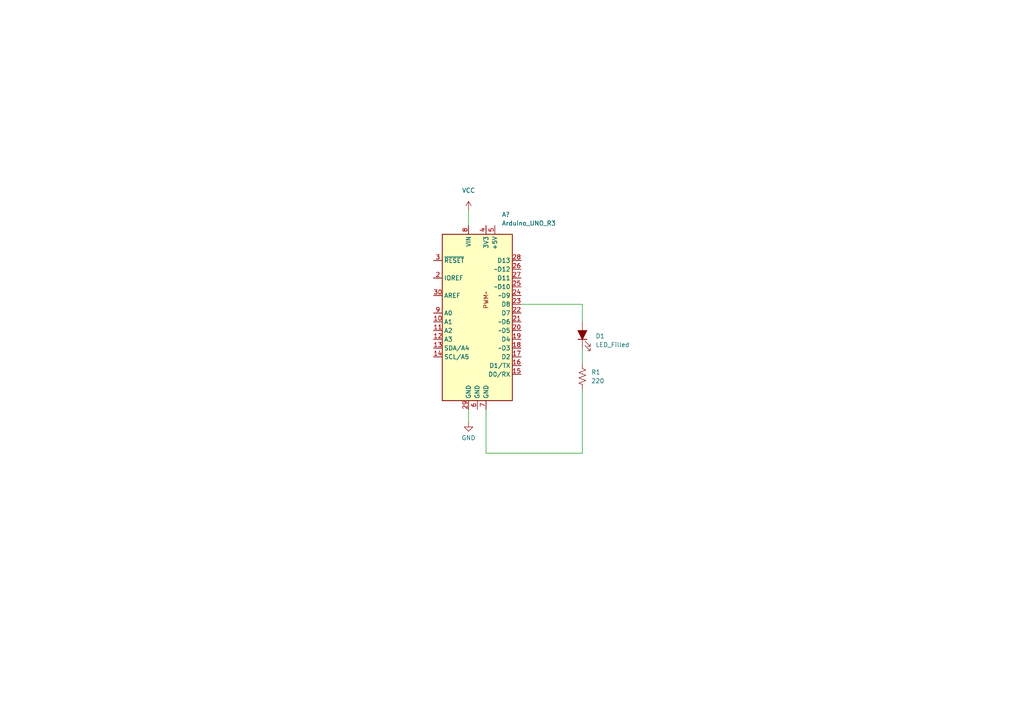
<source format=kicad_sch>
(kicad_sch (version 20211123) (generator eeschema)
  (paper "A4")
  (lib_symbols
    (symbol "Arduino:Arduino_UNO_R3"
      (property "Reference" "A" (at -10.16 23.495 0))
      (property "Value" "Arduino_UNO_R3" (at 5.08 -26.67 0))
      (symbol "Arduino_UNO_R3_0_0"
        (text "PWM~" (at 2.54 3.81 900) (effects (font (size 1.27 1.27))))
      )
      (symbol "Arduino_UNO_R3_0_1"
        (rectangle (start -10.16 22.86) (end 10.16 -25.4) (stroke (width 0.254)) (fill (type background)))
      )
      (symbol "Arduino_UNO_R3_1_1"
        (pin bidirectional line (at -12.7 -2.54 0) (length 2.54) (name "A1") (number "10"))
        (pin bidirectional line (at -12.7 -5.08 0) (length 2.54) (name "A2") (number "11"))
        (pin bidirectional line (at -12.7 -7.62 0) (length 2.54) (name "A3") (number "12"))
        (pin bidirectional line (at -12.7 -10.16 0) (length 2.54) (name "SDA/A4") (number "13"))
        (pin bidirectional line (at -12.7 -12.7 0) (length 2.54) (name "SCL/A5") (number "14"))
        (pin bidirectional line (at 12.7 -17.78 180) (length 2.54) (name "D0/RX") (number "15"))
        (pin bidirectional line (at 12.7 -15.24 180) (length 2.54) (name "D1/TX") (number "16"))
        (pin bidirectional line (at 12.7 -12.7 180) (length 2.54) (name "D2") (number "17"))
        (pin bidirectional line (at 12.7 -10.16 180) (length 2.54) (name "~D3") (number "18"))
        (pin bidirectional line (at 12.7 -7.62 180) (length 2.54) (name "D4") (number "19"))
        (pin output line (at -12.7 10.16 0) (length 2.54) (name "IOREF") (number "2"))
        (pin bidirectional line (at 12.7 -5.08 180) (length 2.54) (name "~D5") (number "20"))
        (pin bidirectional line (at 12.7 -2.54 180) (length 2.54) (name "~D6") (number "21"))
        (pin bidirectional line (at 12.7 0 180) (length 2.54) (name "D7") (number "22"))
        (pin bidirectional line (at 12.7 2.54 180) (length 2.54) (name "D8") (number "23"))
        (pin bidirectional line (at 12.7 5.08 180) (length 2.54) (name "~D9") (number "24"))
        (pin bidirectional line (at 12.7 7.62 180) (length 2.54) (name "~D10") (number "25"))
        (pin bidirectional line (at 12.7 12.7 180) (length 2.54) (name "~D12") (number "26"))
        (pin bidirectional line (at 12.7 10.16 180) (length 2.54) (name "D11") (number "27"))
        (pin bidirectional line (at 12.7 15.24 180) (length 2.54) (name "D13") (number "28"))
        (pin power_in line (at -2.54 -27.94 90) (length 2.54) (name "GND") (number "29"))
        (pin input line (at -12.7 15.24 0) (length 2.54) (name "~{RESET}") (number "3"))
        (pin input line (at -12.7 5.08 0) (length 2.54) (name "AREF") (number "30"))
        (pin power_out line (at 2.54 25.4 270) (length 2.54) (name "3V3") (number "4"))
        (pin power_out line (at 5.08 25.4 270) (length 2.54) (name "+5V") (number "5"))
        (pin power_in line (at 0 -27.94 90) (length 2.54) (name "GND") (number "6"))
        (pin power_in line (at 2.54 -27.94 90) (length 2.54) (name "GND") (number "7"))
        (pin power_in line (at -2.54 25.4 270) (length 2.54) (name "VIN") (number "8"))
        (pin bidirectional line (at -12.7 0 0) (length 2.54) (name "A0") (number "9"))
      )
    )
    (symbol "Device:LED_Filled" (pin_numbers hide) (pin_names (offset 1.016) hide)
      (property "Reference" "D" (at 0 2.54 0))
      (property "Value" "LED_Filled" (at 0 -2.54 0))
      (symbol "LED_Filled_0_1"
        (polyline (pts (xy -1.27 -1.27) (xy -1.27 1.27)) (stroke (width 0.254)))
        (polyline (pts (xy -1.27 0) (xy 1.27 0)))
        (polyline (pts (xy 1.27 -1.27) (xy 1.27 1.27) (xy -1.27 0) (xy 1.27 -1.27)) (stroke (width 0.254)) (fill (type outline)))
        (polyline (pts (xy -3.048 -0.762) (xy -4.572 -2.286) (xy -3.81 -2.286) (xy -4.572 -2.286) (xy -4.572 -1.524)))
        (polyline (pts (xy -1.778 -0.762) (xy -3.302 -2.286) (xy -2.54 -2.286) (xy -3.302 -2.286) (xy -3.302 -1.524)))
      )
      (symbol "LED_Filled_1_1"
        (pin passive line (at -3.81 0 0) (length 2.54) (name "K") (number "1"))
        (pin passive line (at 3.81 0 180) (length 2.54) (name "A") (number "2"))
      )
    )
    (symbol "Device:R_US" (pin_numbers hide) (pin_names (offset 0))
      (property "Reference" "R" (at 2.54 0 90))
      (property "Value" "R_US" (at -2.54 0 90))
      (symbol "R_US_0_1"
        (polyline (pts (xy 0 -2.286) (xy 0 -2.54)))
        (polyline (pts (xy 0 2.286) (xy 0 2.54)))
        (polyline (pts (xy 0 -0.762) (xy 1.016 -1.143) (xy 0 -1.524) (xy -1.016 -1.905) (xy 0 -2.286)))
        (polyline (pts (xy 0 0.762) (xy 1.016 0.381) (xy 0 0) (xy -1.016 -0.381) (xy 0 -0.762)))
        (polyline (pts (xy 0 2.286) (xy 1.016 1.905) (xy 0 1.524) (xy -1.016 1.143) (xy 0 0.762)))
      )
      (symbol "R_US_1_1"
        (pin passive line (at 0 3.81 270) (length 1.27) (name "~") (number "1"))
        (pin passive line (at 0 -3.81 90) (length 1.27) (name "~") (number "2"))
      )
    )
    (symbol "power:GND" (power) (pin_names (offset 0))
      (property "Value" "GND" (at 0 -3.81 0))
      (symbol "GND_0_1"
        (polyline (pts (xy 0 0) (xy 0 -1.27) (xy 1.27 -1.27) (xy 0 -2.54) (xy -1.27 -1.27) (xy 0 -1.27)))
      )
      (symbol "GND_1_1"
        (pin power_in line (at 0 0 270) (length 0) hide (name "GND") (number "1"))
      )
    )
    (symbol "power:VCC" (power) (pin_names (offset 0))
      (property "Value" "VCC" (at 0 3.81 0))
      (symbol "VCC_0_1"
        (polyline (pts (xy -0.762 1.27) (xy 0 2.54)))
        (polyline (pts (xy 0 0) (xy 0 2.54)))
        (polyline (pts (xy 0 2.54) (xy 0.762 1.27)))
      )
      (symbol "VCC_1_1"
        (pin power_in line (at 0 0 90) (length 0) hide (name "VCC") (number "1"))
      )
    )
  )
  (wire (pts (xy 168.91 100.965) (xy 168.91 105.41)))
  (wire (pts (xy 140.97 131.445) (xy 140.97 118.745)))
  (wire (pts (xy 168.91 88.265) (xy 168.91 93.345)))
  (wire (pts (xy 135.89 118.745) (xy 135.89 122.555)))
  (wire (pts (xy 168.91 131.445) (xy 140.97 131.445)))
  (wire (pts (xy 151.13 88.265) (xy 168.91 88.265)))
  (wire (pts (xy 135.89 60.96) (xy 135.89 65.405)))
  (wire (pts (xy 168.91 113.03) (xy 168.91 131.445)))
  (symbol (lib_id "Device:R_US") (at 168.91 109.22 0) (unit 1)
    (property "Reference" "R1" (at 171.45 107.9499 0) (effects (justify left)))
    (property "Value" "220" (at 171.45 110.4899 0) (effects (justify left)))
  )
  (symbol (lib_id "power:VCC") (at 135.89 60.96 0) (unit 1)
    (property "Reference" "#PWR?" (effects hide))
    (property "Value" "VCC" (at 135.89 55.245 0))
  )
  (symbol (lib_id "Arduino:Arduino_UNO_R3") (at 138.43 90.805 0) (unit 1)
    (property "Reference" "A?" (at 145.5294 62.23 0) (effects (justify left)))
    (property "Value" "Arduino_UNO_R3" (at 145.5294 64.77 0) (effects (justify left)))
    (property "Footprint" "Module:Arduino_UNO_R3" (effects hide))
    (property "Datasheet" "https://www.arduino.cc/en/Main/arduinoBoardUno" (effects hide))
  )
  (symbol (lib_id "Device:LED_Filled") (at 168.91 97.155 90) (unit 1)
    (property "Reference" "D1" (at 172.72 97.4724 90) (effects (justify right)))
    (property "Value" "LED_Filled" (at 172.72 100.0124 90) (effects (justify right)))
  )
  (symbol (lib_id "power:GND") (at 135.89 122.555 0) (unit 1)
    (property "Reference" "#PWR?" (effects hide))
    (property "Value" "GND" (at 135.89 127 0))
  )
)
</source>
